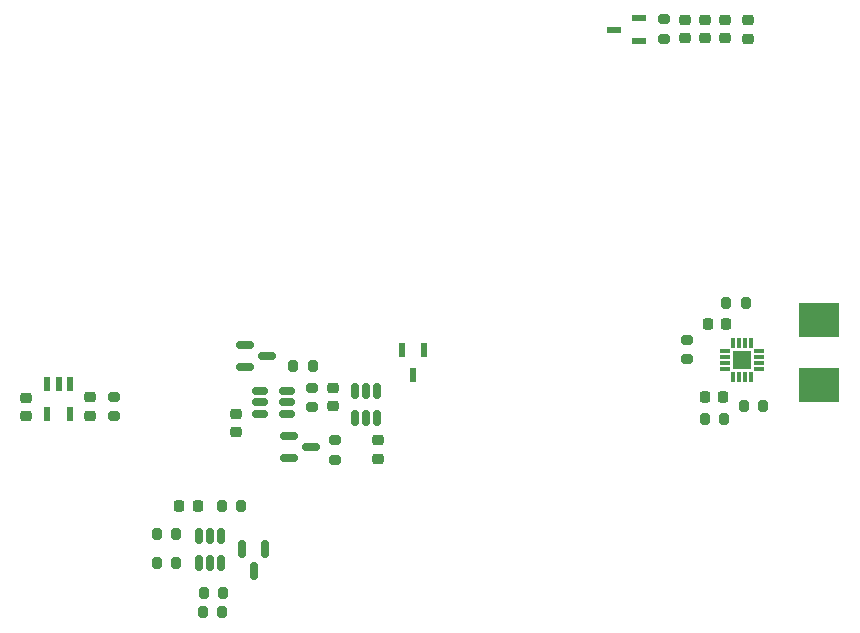
<source format=gtp>
%TF.GenerationSoftware,KiCad,Pcbnew,7.0.6*%
%TF.CreationDate,2023-08-29T11:28:15+01:00*%
%TF.ProjectId,SiPM_output,5369504d-5f6f-4757-9470-75742e6b6963,2.2*%
%TF.SameCoordinates,Original*%
%TF.FileFunction,Paste,Top*%
%TF.FilePolarity,Positive*%
%FSLAX46Y46*%
G04 Gerber Fmt 4.6, Leading zero omitted, Abs format (unit mm)*
G04 Created by KiCad (PCBNEW 7.0.6) date 2023-08-29 11:28:15*
%MOMM*%
%LPD*%
G01*
G04 APERTURE LIST*
G04 Aperture macros list*
%AMRoundRect*
0 Rectangle with rounded corners*
0 $1 Rounding radius*
0 $2 $3 $4 $5 $6 $7 $8 $9 X,Y pos of 4 corners*
0 Add a 4 corners polygon primitive as box body*
4,1,4,$2,$3,$4,$5,$6,$7,$8,$9,$2,$3,0*
0 Add four circle primitives for the rounded corners*
1,1,$1+$1,$2,$3*
1,1,$1+$1,$4,$5*
1,1,$1+$1,$6,$7*
1,1,$1+$1,$8,$9*
0 Add four rect primitives between the rounded corners*
20,1,$1+$1,$2,$3,$4,$5,0*
20,1,$1+$1,$4,$5,$6,$7,0*
20,1,$1+$1,$6,$7,$8,$9,0*
20,1,$1+$1,$8,$9,$2,$3,0*%
G04 Aperture macros list end*
%ADD10RoundRect,0.150000X-0.150000X0.512500X-0.150000X-0.512500X0.150000X-0.512500X0.150000X0.512500X0*%
%ADD11RoundRect,0.150000X-0.587500X-0.150000X0.587500X-0.150000X0.587500X0.150000X-0.587500X0.150000X0*%
%ADD12RoundRect,0.150000X0.512500X0.150000X-0.512500X0.150000X-0.512500X-0.150000X0.512500X-0.150000X0*%
%ADD13RoundRect,0.225000X0.225000X0.250000X-0.225000X0.250000X-0.225000X-0.250000X0.225000X-0.250000X0*%
%ADD14RoundRect,0.150000X0.150000X-0.512500X0.150000X0.512500X-0.150000X0.512500X-0.150000X-0.512500X0*%
%ADD15RoundRect,0.225000X-0.250000X0.225000X-0.250000X-0.225000X0.250000X-0.225000X0.250000X0.225000X0*%
%ADD16RoundRect,0.200000X0.275000X-0.200000X0.275000X0.200000X-0.275000X0.200000X-0.275000X-0.200000X0*%
%ADD17RoundRect,0.200000X-0.200000X-0.275000X0.200000X-0.275000X0.200000X0.275000X-0.200000X0.275000X0*%
%ADD18RoundRect,0.150000X-0.150000X0.587500X-0.150000X-0.587500X0.150000X-0.587500X0.150000X0.587500X0*%
%ADD19RoundRect,0.218750X-0.256250X0.218750X-0.256250X-0.218750X0.256250X-0.218750X0.256250X0.218750X0*%
%ADD20RoundRect,0.225000X0.250000X-0.225000X0.250000X0.225000X-0.250000X0.225000X-0.250000X-0.225000X0*%
%ADD21RoundRect,0.088500X0.526500X0.206500X-0.526500X0.206500X-0.526500X-0.206500X0.526500X-0.206500X0*%
%ADD22RoundRect,0.200000X-0.275000X0.200000X-0.275000X-0.200000X0.275000X-0.200000X0.275000X0.200000X0*%
%ADD23RoundRect,0.200000X0.200000X0.275000X-0.200000X0.275000X-0.200000X-0.275000X0.200000X-0.275000X0*%
%ADD24R,1.550000X1.550000*%
%ADD25R,0.850000X0.300000*%
%ADD26R,0.300000X0.850000*%
%ADD27R,3.500000X2.950000*%
%ADD28RoundRect,0.088500X-0.206500X0.516500X-0.206500X-0.516500X0.206500X-0.516500X0.206500X0.516500X0*%
%ADD29RoundRect,0.088500X-0.206500X0.526500X-0.206500X-0.526500X0.206500X-0.526500X0.206500X0.526500X0*%
G04 APERTURE END LIST*
D10*
%TO.C,U4*%
X93775000Y-102987500D03*
X92825000Y-102987500D03*
X91875000Y-102987500D03*
X91875000Y-100712500D03*
X92825000Y-100712500D03*
X93775000Y-100712500D03*
%TD*%
D11*
%TO.C,D2*%
X88162500Y-105462500D03*
X86287500Y-106412500D03*
X86287500Y-104512500D03*
%TD*%
D12*
%TO.C,U3*%
X83850000Y-102612500D03*
X83850000Y-101662500D03*
X83850000Y-100712500D03*
X86125000Y-100712500D03*
X86125000Y-101662500D03*
X86125000Y-102612500D03*
%TD*%
D13*
%TO.C,C2*%
X121775000Y-95000000D03*
X123325000Y-95000000D03*
%TD*%
D14*
%TO.C,U2*%
X78650000Y-112962500D03*
X79600000Y-112962500D03*
X80550000Y-112962500D03*
X80550000Y-115237500D03*
X79600000Y-115237500D03*
X78650000Y-115237500D03*
%TD*%
D15*
%TO.C,C8*%
X119800000Y-70825000D03*
X119800000Y-69275000D03*
%TD*%
D16*
%TO.C,R5*%
X71430000Y-101175000D03*
X71430000Y-102825000D03*
%TD*%
%TO.C,R7*%
X90225000Y-104862500D03*
X90225000Y-106512500D03*
%TD*%
D17*
%TO.C,R1*%
X80700000Y-117837500D03*
X79050000Y-117837500D03*
%TD*%
D15*
%TO.C,C7*%
X90050000Y-102000000D03*
X90050000Y-100450000D03*
%TD*%
D17*
%TO.C,R3*%
X80650000Y-119437500D03*
X79000000Y-119437500D03*
%TD*%
%TO.C,R10*%
X76750000Y-112777500D03*
X75100000Y-112777500D03*
%TD*%
D13*
%TO.C,C3*%
X77000000Y-110437500D03*
X78550000Y-110437500D03*
%TD*%
D15*
%TO.C,C10*%
X123200000Y-70825000D03*
X123200000Y-69275000D03*
%TD*%
%TO.C,C11*%
X81825000Y-104187500D03*
X81825000Y-102637500D03*
%TD*%
D16*
%TO.C,R6*%
X88275000Y-100412500D03*
X88275000Y-102062500D03*
%TD*%
D18*
%TO.C,D1*%
X83300000Y-115925000D03*
X82350000Y-114050000D03*
X84250000Y-114050000D03*
%TD*%
D19*
%TO.C,L1*%
X125150000Y-70887500D03*
X125150000Y-69312500D03*
%TD*%
D20*
%TO.C,C1*%
X69480000Y-101250000D03*
X69480000Y-102800000D03*
%TD*%
D16*
%TO.C,R17*%
X120000000Y-96375000D03*
X120000000Y-98025000D03*
%TD*%
D15*
%TO.C,C4*%
X64030000Y-102825000D03*
X64030000Y-101275000D03*
%TD*%
D11*
%TO.C,Q1*%
X84425000Y-97737500D03*
X82550000Y-98687500D03*
X82550000Y-96787500D03*
%TD*%
D21*
%TO.C,U6*%
X113767500Y-70100000D03*
X115887500Y-69150000D03*
X115887500Y-71050000D03*
%TD*%
D22*
%TO.C,R9*%
X118050000Y-70875000D03*
X118050000Y-69225000D03*
%TD*%
D23*
%TO.C,R15*%
X124775000Y-102000000D03*
X126425000Y-102000000D03*
%TD*%
D13*
%TO.C,C6*%
X121525000Y-101250000D03*
X123075000Y-101250000D03*
%TD*%
D15*
%TO.C,C12*%
X93800000Y-106425000D03*
X93800000Y-104875000D03*
%TD*%
D23*
%TO.C,R8*%
X86650000Y-98587500D03*
X88300000Y-98587500D03*
%TD*%
%TO.C,R14*%
X123325000Y-93250000D03*
X124975000Y-93250000D03*
%TD*%
D24*
%TO.C,IC1*%
X124650000Y-98050000D03*
D25*
X123200000Y-98800000D03*
X123200000Y-98300000D03*
X123200000Y-97800000D03*
X123200000Y-97300000D03*
D26*
X123900000Y-96600000D03*
X124400000Y-96600000D03*
X124900000Y-96600000D03*
X125400000Y-96600000D03*
D25*
X126100000Y-97300000D03*
X126100000Y-97800000D03*
X126100000Y-98300000D03*
X126100000Y-98800000D03*
D26*
X125400000Y-99500000D03*
X124900000Y-99500000D03*
X124400000Y-99500000D03*
X123900000Y-99500000D03*
%TD*%
D27*
%TO.C,L2*%
X131200000Y-100175000D03*
X131200000Y-94725000D03*
%TD*%
D23*
%TO.C,R16*%
X121475000Y-103050000D03*
X123125000Y-103050000D03*
%TD*%
D28*
%TO.C,U1*%
X67730000Y-102650000D03*
X65830000Y-102650000D03*
X65830000Y-100140000D03*
X66780000Y-100140000D03*
X67730000Y-100140000D03*
%TD*%
D23*
%TO.C,R4*%
X80575000Y-110437500D03*
X82225000Y-110437500D03*
%TD*%
D15*
%TO.C,C9*%
X121500000Y-70825000D03*
X121500000Y-69275000D03*
%TD*%
D29*
%TO.C,U7*%
X96800000Y-99382500D03*
X95850000Y-97262500D03*
X97750000Y-97262500D03*
%TD*%
D17*
%TO.C,R11*%
X76750000Y-115287500D03*
X75100000Y-115287500D03*
%TD*%
M02*

</source>
